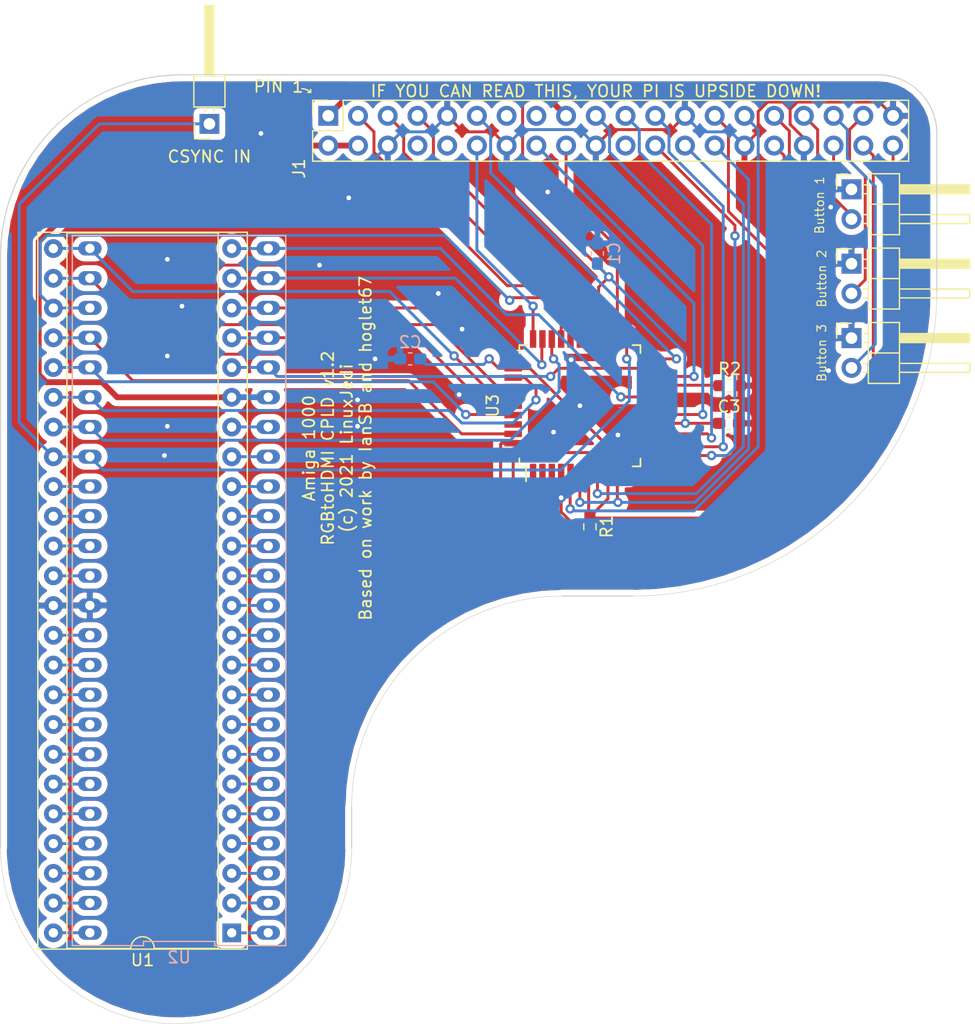
<source format=kicad_pcb>
(kicad_pcb (version 20171130) (host pcbnew 5.1.10-1.fc34)
  (layers (0 F.Cu signal) (31 B.Cu signal) (34 B.Paste user) (35 F.Paste user) (36 B.SilkS user) (37 F.SilkS user) (38 B.Mask user) (39 F.Mask user) (44 Edge.Cuts user))
  (net 0 "")
  (net 1 GND)
  (net 2 +3V3)
  (net 3 /GPIO21)
  (net 4 /GPIO20)
  (net 5 /GPIO26)
  (net 6 /GPIO16)
  (net 7 /GPIO19)
  (net 8 /GPIO13)
  (net 9 /GPIO12)
  (net 10 /GPIO6)
  (net 11 /GPIO5)
  (net 12 /CLKEN)
  (net 13 /GPIO0)
  (net 14 /GPIO7)
  (net 15 /GPIO8)
  (net 16 /GPIO11)
  (net 17 /GPIO25)
  (net 18 /GPIO9)
  (net 19 /GPIO10)
  (net 20 /GPIO24)
  (net 21 /GPIO23)
  (net 22 /GPIO22)
  (net 23 /GPIO27)
  (net 24 /GPIO18)
  (net 25 /GPIO17)
  (net 26 /GPIO15)
  (net 27 /GPIO14)
  (net 28 /GPIO4)
  (net 29 /GPIO3)
  (net 30 VCC)
  (net 31 /GPIO2)
  (net 32 /DETECT)
  (net 33 /D7)
  (net 34 /B0)
  (net 35 /D8)
  (net 36 /R3)
  (net 37 /D9)
  (net 38 /R2)
  (net 39 /D10)
  (net 40 /R1)
  (net 41 /D11)
  (net 42 /R0)
  (net 43 /D12)
  (net 44 /D13)
  (net 45 /BURST)
  (net 46 /D14)
  (net 47 /RGA1)
  (net 48 /D15)
  (net 49 /RGA2)
  (net 50 /M1V)
  (net 51 /RGA3)
  (net 52 /M0V)
  (net 53 /RGA4)
  (net 54 /RGA5)
  (net 55 /CCK)
  (net 56 /RGA6)
  (net 57 /7M)
  (net 58 /RGA7)
  (net 59 /NC)
  (net 60 /RGA8)
  (net 61 /ZD)
  (net 62 /M0H)
  (net 63 /HSYNC)
  (net 64 /M1H)
  (net 65 /G3)
  (net 66 /D0)
  (net 67 /G2)
  (net 68 /D1)
  (net 69 /G1)
  (net 70 /D2)
  (net 71 /G0)
  (net 72 /D3)
  (net 73 /B3)
  (net 74 /D4)
  (net 75 /B2)
  (net 76 /D5)
  (net 77 /B1)
  (net 78 /D6)
  (net 79 /VSYNC)
  (module Resistor_SMD:R_0603_1608Metric_Pad0.98x0.95mm_HandSolder (layer F.Cu) (at 117.856 93.8295 270)
    (fp_text reference R1 (at 0 -1.43 90) (layer F.SilkS))
    (fp_text value 1K)
    (pad 2 smd roundrect (at 0.9125 0 270) (size 0.975 0.95) (layers F.Cu F.Paste F.Mask) (net 1 GND))
    (pad 1 smd roundrect (at -0.9125 0 270) (size 0.975 0.95) (layers F.Cu F.Paste F.Mask) (net 13 /GPIO0))
  )
  (module Connector_PinHeader_2.54mm:PinHeader_1x02_P2.54mm_Horizontal (layer F.Cu) (at 140.208 77.724)
    (fp_text reference JP3 hide)
    (fp_text value "Button 3" (at -2.54 1.27 90) (layer F.SilkS) (effects (font (size 0.75 0.75) (thickness 0.1))))
    (pad 2 thru_hole oval (at 0 2.54) (size 1.7 1.7) (drill 1) (layers *.Cu *.Mask) (net 7 /GPIO19))
    (pad 1 thru_hole rect (at 0 0) (size 1.7 1.7) (drill 1) (layers *.Cu *.Mask) (net 1 GND))
  )
  (module Connector_PinHeader_2.54mm:PinHeader_1x02_P2.54mm_Horizontal (layer F.Cu) (at 140.208 71.374)
    (fp_text reference JP2 hide)
    (fp_text value "Button 2" (at -2.54 1.27 90) (layer F.SilkS) (effects (font (size 0.75 0.75) (thickness 0.1))))
    (pad 2 thru_hole oval (at 0 2.54) (size 1.7 1.7) (drill 1) (layers *.Cu *.Mask) (net 5 /GPIO26))
    (pad 1 thru_hole rect (at 0 0) (size 1.7 1.7) (drill 1) (layers *.Cu *.Mask) (net 1 GND))
  )
  (module Connector_PinHeader_2.54mm:PinHeader_1x01_P2.54mm_Horizontal (layer F.Cu) (at 85.344 59.436 90)
    (fp_text reference J2 hide)
    (fp_text value "CSYNC IN" (at -2.794 0 180) (layer F.SilkS))
    (pad 1 thru_hole rect (at 0 0 90) (size 1.7 1.7) (drill 1) (layers *.Cu *.Mask) (net 63 /HSYNC))
  )
  (module chips:DIP-48_pins (layer F.Cu) (at 82.75 99.28 90)
    (fp_text reference U2 (at -31.31 0) (layer B.SilkS) (effects (justify mirror)))
    (fp_text value DenisePins)
    (pad 24 thru_hole oval (at 29.21 7.62 90) (size 1.2 2) (drill 0.8) (layers *.Cu *.Mask) (net 34 /B0))
    (pad 25 thru_hole oval (at 29.21 -7.62 90) (size 1.2 2) (drill 0.8) (layers *.Cu *.Mask) (net 77 /B1))
    (pad 23 thru_hole oval (at 26.67 7.62 90) (size 1.2 2) (drill 0.8) (layers *.Cu *.Mask) (net 36 /R3))
    (pad 26 thru_hole oval (at 26.67 -7.62 90) (size 1.2 2) (drill 0.8) (layers *.Cu *.Mask) (net 75 /B2))
    (pad 22 thru_hole oval (at 24.13 7.62 90) (size 1.2 2) (drill 0.8) (layers *.Cu *.Mask) (net 38 /R2))
    (pad 27 thru_hole oval (at 24.13 -7.62 90) (size 1.2 2) (drill 0.8) (layers *.Cu *.Mask) (net 73 /B3))
    (pad 21 thru_hole oval (at 21.59 7.62 90) (size 1.2 2) (drill 0.8) (layers *.Cu *.Mask) (net 40 /R1))
    (pad 28 thru_hole oval (at 21.59 -7.62 90) (size 1.2 2) (drill 0.8) (layers *.Cu *.Mask) (net 71 /G0))
    (pad 20 thru_hole oval (at 19.05 7.62 90) (size 1.2 2) (drill 0.8) (layers *.Cu *.Mask) (net 42 /R0))
    (pad 29 thru_hole oval (at 19.05 -7.62 90) (size 1.2 2) (drill 0.8) (layers *.Cu *.Mask) (net 69 /G1))
    (pad 19 thru_hole oval (at 16.51 7.62 90) (size 1.2 2) (drill 0.8) (layers *.Cu *.Mask) (net 30 VCC))
    (pad 30 thru_hole oval (at 16.51 -7.62 90) (size 1.2 2) (drill 0.8) (layers *.Cu *.Mask) (net 67 /G2))
    (pad 18 thru_hole oval (at 13.97 7.62 90) (size 1.2 2) (drill 0.8) (layers *.Cu *.Mask) (net 45 /BURST))
    (pad 31 thru_hole oval (at 13.97 -7.62 90) (size 1.2 2) (drill 0.8) (layers *.Cu *.Mask) (net 65 /G3))
    (pad 17 thru_hole oval (at 11.43 7.62 90) (size 1.2 2) (drill 0.8) (layers *.Cu *.Mask) (net 47 /RGA1))
    (pad 32 thru_hole oval (at 11.43 -7.62 90) (size 1.2 2) (drill 0.8) (layers *.Cu *.Mask) (net 63 /HSYNC))
    (pad 16 thru_hole oval (at 8.89 7.62 90) (size 1.2 2) (drill 0.8) (layers *.Cu *.Mask) (net 49 /RGA2))
    (pad 33 thru_hole oval (at 8.89 -7.62 90) (size 1.2 2) (drill 0.8) (layers *.Cu *.Mask) (net 61 /ZD))
    (pad 15 thru_hole oval (at 6.35 7.62 90) (size 1.2 2) (drill 0.8) (layers *.Cu *.Mask) (net 51 /RGA3))
    (pad 34 thru_hole oval (at 6.35 -7.62 90) (size 1.2 2) (drill 0.8) (layers *.Cu *.Mask) (net 59 /NC))
    (pad 14 thru_hole oval (at 3.81 7.62 90) (size 1.2 2) (drill 0.8) (layers *.Cu *.Mask) (net 53 /RGA4))
    (pad 35 thru_hole oval (at 3.81 -7.62 90) (size 1.2 2) (drill 0.8) (layers *.Cu *.Mask) (net 57 /7M))
    (pad 13 thru_hole oval (at 1.27 7.62 90) (size 1.2 2) (drill 0.8) (layers *.Cu *.Mask) (net 54 /RGA5))
    (pad 36 thru_hole oval (at 1.27 -7.62 90) (size 1.2 2) (drill 0.8) (layers *.Cu *.Mask) (net 55 /CCK))
    (pad 12 thru_hole oval (at -1.27 7.62 90) (size 1.2 2) (drill 0.8) (layers *.Cu *.Mask) (net 56 /RGA6))
    (pad 37 thru_hole oval (at -1.27 -7.62 90) (size 1.2 2) (drill 0.8) (layers *.Cu *.Mask) (net 1 GND))
    (pad 11 thru_hole oval (at -3.81 7.62 90) (size 1.2 2) (drill 0.8) (layers *.Cu *.Mask) (net 58 /RGA7))
    (pad 38 thru_hole oval (at -3.81 -7.62 90) (size 1.2 2) (drill 0.8) (layers *.Cu *.Mask) (net 52 /M0V))
    (pad 10 thru_hole oval (at -6.35 7.62 90) (size 1.2 2) (drill 0.8) (layers *.Cu *.Mask) (net 60 /RGA8))
    (pad 39 thru_hole oval (at -6.35 -7.62 90) (size 1.2 2) (drill 0.8) (layers *.Cu *.Mask) (net 50 /M1V))
    (pad 9 thru_hole oval (at -8.89 7.62 90) (size 1.2 2) (drill 0.8) (layers *.Cu *.Mask) (net 62 /M0H))
    (pad 40 thru_hole oval (at -8.89 -7.62 90) (size 1.2 2) (drill 0.8) (layers *.Cu *.Mask) (net 48 /D15))
    (pad 8 thru_hole oval (at -11.43 7.62 90) (size 1.2 2) (drill 0.8) (layers *.Cu *.Mask) (net 64 /M1H))
    (pad 41 thru_hole oval (at -11.43 -7.62 90) (size 1.2 2) (drill 0.8) (layers *.Cu *.Mask) (net 46 /D14))
    (pad 7 thru_hole oval (at -13.97 7.62 90) (size 1.2 2) (drill 0.8) (layers *.Cu *.Mask) (net 66 /D0))
    (pad 42 thru_hole oval (at -13.97 -7.62 90) (size 1.2 2) (drill 0.8) (layers *.Cu *.Mask) (net 44 /D13))
    (pad 6 thru_hole oval (at -16.51 7.62 90) (size 1.2 2) (drill 0.8) (layers *.Cu *.Mask) (net 68 /D1))
    (pad 43 thru_hole oval (at -16.51 -7.62 90) (size 1.2 2) (drill 0.8) (layers *.Cu *.Mask) (net 43 /D12))
    (pad 5 thru_hole oval (at -19.05 7.62 90) (size 1.2 2) (drill 0.8) (layers *.Cu *.Mask) (net 70 /D2))
    (pad 44 thru_hole oval (at -19.05 -7.62 90) (size 1.2 2) (drill 0.8) (layers *.Cu *.Mask) (net 41 /D11))
    (pad 4 thru_hole oval (at -21.59 7.62 90) (size 1.2 2) (drill 0.8) (layers *.Cu *.Mask) (net 72 /D3))
    (pad 45 thru_hole oval (at -21.59 -7.62 90) (size 1.2 2) (drill 0.8) (layers *.Cu *.Mask) (net 39 /D10))
    (pad 3 thru_hole oval (at -24.13 7.62 90) (size 1.2 2) (drill 0.8) (layers *.Cu *.Mask) (net 74 /D4))
    (pad 46 thru_hole oval (at -24.13 -7.62 90) (size 1.2 2) (drill 0.8) (layers *.Cu *.Mask) (net 37 /D9))
    (pad 2 thru_hole oval (at -26.67 7.62 90) (size 1.2 2) (drill 0.8) (layers *.Cu *.Mask) (net 76 /D5))
    (pad 47 thru_hole oval (at -26.67 -7.62 90) (size 1.2 2) (drill 0.8) (layers *.Cu *.Mask) (net 35 /D8))
    (pad 1 thru_hole oval (at -29.21 7.62 90) (size 1.2 2) (drill 0.8) (layers *.Cu *.Mask) (net 78 /D6))
    (pad 48 thru_hole oval (at -29.21 -7.62 90) (size 1.2 2) (drill 0.8) (layers *.Cu *.Mask) (net 33 /D7))
  )
  (module Connector_PinHeader_2.54mm:PinHeader_1x02_P2.54mm_Horizontal (layer F.Cu) (at 140.208 65.024)
    (fp_text reference JP1 hide)
    (fp_text value "Button 1" (at -2.722 1.352 90) (layer F.SilkS) (effects (font (size 0.75 0.75) (thickness 0.1))))
    (pad 2 thru_hole oval (at 0 2.54) (size 1.7 1.7) (drill 1) (layers *.Cu *.Mask) (net 6 /GPIO16))
    (pad 1 thru_hole rect (at 0 0) (size 1.7 1.7) (drill 1) (layers *.Cu *.Mask) (net 1 GND))
  )
  (module Package_QFP:TQFP-44_10x10mm_P0.8mm (layer F.Cu) (at 117 83.5 90)
    (fp_text reference U3 (at 0 -7.45 90) (layer F.SilkS))
    (fp_text value XC9572VQ44)
    (pad 44 smd rect (at -4 -5.7 180) (size 1.5 0.55) (layers F.Cu F.Paste F.Mask) (net 4 /GPIO20))
    (pad 43 smd rect (at -3.2 -5.7 180) (size 1.5 0.55) (layers F.Cu F.Paste F.Mask) (net 3 /GPIO21))
    (pad 42 smd rect (at -2.4 -5.7 180) (size 1.5 0.55) (layers F.Cu F.Paste F.Mask) (net 71 /G0))
    (pad 41 smd rect (at -1.6 -5.7 180) (size 1.5 0.55) (layers F.Cu F.Paste F.Mask) (net 79 /VSYNC))
    (pad 40 smd rect (at -0.8 -5.7 180) (size 1.5 0.55) (layers F.Cu F.Paste F.Mask) (net 69 /G1))
    (pad 39 smd rect (at 0 -5.7 180) (size 1.5 0.55) (layers F.Cu F.Paste F.Mask) (net 40 /R1))
    (pad 38 smd rect (at 0.8 -5.7 180) (size 1.5 0.55) (layers F.Cu F.Paste F.Mask) (net 77 /B1))
    (pad 37 smd rect (at 1.6 -5.7 180) (size 1.5 0.55) (layers F.Cu F.Paste F.Mask) (net 75 /B2))
    (pad 36 smd rect (at 2.4 -5.7 180) (size 1.5 0.55) (layers F.Cu F.Paste F.Mask) (net 67 /G2))
    (pad 35 smd rect (at 3.2 -5.7 180) (size 1.5 0.55) (layers F.Cu F.Paste F.Mask) (net 2 +3V3))
    (pad 34 smd rect (at 4 -5.7 180) (size 1.5 0.55) (layers F.Cu F.Paste F.Mask) (net 38 /R2))
    (pad 33 smd rect (at 5.7 -4 90) (size 1.5 0.55) (layers F.Cu F.Paste F.Mask) (net 24 /GPIO18))
    (pad 32 smd rect (at 5.7 -3.2 90) (size 1.5 0.55) (layers F.Cu F.Paste F.Mask) (net 36 /R3))
    (pad 31 smd rect (at 5.7 -2.4 90) (size 1.5 0.55) (layers F.Cu F.Paste F.Mask) (net 65 /G3))
    (pad 30 smd rect (at 5.7 -1.6 90) (size 1.5 0.55) (layers F.Cu F.Paste F.Mask) (net 73 /B3))
    (pad 29 smd rect (at 5.7 -0.8 90) (size 1.5 0.55) (layers F.Cu F.Paste F.Mask) (net 31 /GPIO2))
    (pad 28 smd rect (at 5.7 0 90) (size 1.5 0.55) (layers F.Cu F.Paste F.Mask) (net 29 /GPIO3))
    (pad 27 smd rect (at 5.7 0.8 90) (size 1.5 0.55) (layers F.Cu F.Paste F.Mask) (net 28 /GPIO4))
    (pad 26 smd rect (at 5.7 1.6 90) (size 1.5 0.55) (layers F.Cu F.Paste F.Mask) (net 2 +3V3))
    (pad 25 smd rect (at 5.7 2.4 90) (size 1.5 0.55) (layers F.Cu F.Paste F.Mask) (net 1 GND))
    (pad 24 smd rect (at 5.7 3.2 90) (size 1.5 0.55) (layers F.Cu F.Paste F.Mask) (net 20 /GPIO24))
    (pad 23 smd rect (at 5.7 4 90) (size 1.5 0.55) (layers F.Cu F.Paste F.Mask) (net 63 /HSYNC))
    (pad 22 smd rect (at 4 5.7 180) (size 1.5 0.55) (layers F.Cu F.Paste F.Mask) (net 25 /GPIO17))
    (pad 21 smd rect (at 3.2 5.7 180) (size 1.5 0.55) (layers F.Cu F.Paste F.Mask) (net 42 /R0))
    (pad 20 smd rect (at 2.4 5.7 180) (size 1.5 0.55) (layers F.Cu F.Paste F.Mask) (net 21 /GPIO23))
    (pad 19 smd rect (at 1.6 5.7 180) (size 1.5 0.55) (layers F.Cu F.Paste F.Mask) (net 32 /DETECT))
    (pad 18 smd rect (at 0.8 5.7 180) (size 1.5 0.55) (layers F.Cu F.Paste F.Mask) (net 34 /B0))
    (pad 17 smd rect (at 0 5.7 180) (size 1.5 0.55) (layers F.Cu F.Paste F.Mask) (net 1 GND))
    (pad 16 smd rect (at -0.8 5.7 180) (size 1.5 0.55) (layers F.Cu F.Paste F.Mask) (net 19 /GPIO10))
    (pad 15 smd rect (at -1.6 5.7 180) (size 1.5 0.55) (layers F.Cu F.Paste F.Mask) (net 2 +3V3))
    (pad 14 smd rect (at -2.4 5.7 180) (size 1.5 0.55) (layers F.Cu F.Paste F.Mask) (net 18 /GPIO9))
    (pad 13 smd rect (at -3.2 5.7 180) (size 1.5 0.55) (layers F.Cu F.Paste F.Mask) (net 16 /GPIO11))
    (pad 12 smd rect (at -4 5.7 180) (size 1.5 0.55) (layers F.Cu F.Paste F.Mask) (net 15 /GPIO8))
    (pad 11 smd rect (at -5.7 4 90) (size 1.5 0.55) (layers F.Cu F.Paste F.Mask) (net 4 /GPIO20))
    (pad 10 smd rect (at -5.7 3.2 90) (size 1.5 0.55) (layers F.Cu F.Paste F.Mask) (net 12 /CLKEN))
    (pad 9 smd rect (at -5.7 2.4 90) (size 1.5 0.55) (layers F.Cu F.Paste F.Mask) (net 13 /GPIO0))
    (pad 8 smd rect (at -5.7 1.6 90) (size 1.5 0.55) (layers F.Cu F.Paste F.Mask) (net 14 /GPIO7))
    (pad 7 smd rect (at -5.7 0.8 90) (size 1.5 0.55) (layers F.Cu F.Paste F.Mask) (net 13 /GPIO0))
    (pad 6 smd rect (at -5.7 0 90) (size 1.5 0.55) (layers F.Cu F.Paste F.Mask) (net 12 /CLKEN))
    (pad 5 smd rect (at -5.7 -0.8 90) (size 1.5 0.55) (layers F.Cu F.Paste F.Mask) (net 11 /GPIO5))
    (pad 4 smd rect (at -5.7 -1.6 90) (size 1.5 0.55) (layers F.Cu F.Paste F.Mask) (net 1 GND))
    (pad 3 smd rect (at -5.7 -2.4 90) (size 1.5 0.55) (layers F.Cu F.Paste F.Mask) (net 9 /GPIO12))
    (pad 2 smd rect (at -5.7 -3.2 90) (size 1.5 0.55) (layers F.Cu F.Paste F.Mask) (net 10 /GPIO6))
    (pad 1 smd rect (at -5.7 -4 90) (size 1.5 0.55) (layers F.Cu F.Paste F.Mask) (net 8 /GPIO13))
  )
  (module Package_DIP:DIP-48_W15.24mm_Socket (layer F.Cu) (at 87.25 128.5 180)
    (fp_text reference U1 (at 7.62 -2.33) (layer F.SilkS))
    (fp_text value DeniseSocket)
    (pad 48 thru_hole oval (at 15.24 0 180) (size 1.6 1.6) (drill 0.8) (layers *.Cu *.Mask) (net 33 /D7))
    (pad 24 thru_hole oval (at 0 58.42 180) (size 1.6 1.6) (drill 0.8) (layers *.Cu *.Mask) (net 34 /B0))
    (pad 47 thru_hole oval (at 15.24 2.54 180) (size 1.6 1.6) (drill 0.8) (layers *.Cu *.Mask) (net 35 /D8))
    (pad 23 thru_hole oval (at 0 55.88 180) (size 1.6 1.6) (drill 0.8) (layers *.Cu *.Mask) (net 36 /R3))
    (pad 46 thru_hole oval (at 15.24 5.08 180) (size 1.6 1.6) (drill 0.8) (layers *.Cu *.Mask) (net 37 /D9))
    (pad 22 thru_hole oval (at 0 53.34 180) (size 1.6 1.6) (drill 0.8) (layers *.Cu *.Mask) (net 38 /R2))
    (pad 45 thru_hole oval (at 15.24 7.62 180) (size 1.6 1.6) (drill 0.8) (layers *.Cu *.Mask) (net 39 /D10))
    (pad 21 thru_hole oval (at 0 50.8 180) (size 1.6 1.6) (drill 0.8) (layers *.Cu *.Mask) (net 40 /R1))
    (pad 44 thru_hole oval (at 15.24 10.16 180) (size 1.6 1.6) (drill 0.8) (layers *.Cu *.Mask) (net 41 /D11))
    (pad 20 thru_hole oval (at 0 48.26 180) (size 1.6 1.6) (drill 0.8) (layers *.Cu *.Mask) (net 42 /R0))
    (pad 43 thru_hole oval (at 15.24 12.7 180) (size 1.6 1.6) (drill 0.8) (layers *.Cu *.Mask) (net 43 /D12))
    (pad 19 thru_hole oval (at 0 45.72 180) (size 1.6 1.6) (drill 0.8) (layers *.Cu *.Mask) (net 30 VCC))
    (pad 42 thru_hole oval (at 15.24 15.24 180) (size 1.6 1.6) (drill 0.8) (layers *.Cu *.Mask) (net 44 /D13))
    (pad 18 thru_hole oval (at 0 43.18 180) (size 1.6 1.6) (drill 0.8) (layers *.Cu *.Mask) (net 45 /BURST))
    (pad 41 thru_hole oval (at 15.24 17.78 180) (size 1.6 1.6) (drill 0.8) (layers *.Cu *.Mask) (net 46 /D14))
    (pad 17 thru_hole oval (at 0 40.64 180) (size 1.6 1.6) (drill 0.8) (layers *.Cu *.Mask) (net 47 /RGA1))
    (pad 40 thru_hole oval (at 15.24 20.32 180) (size 1.6 1.6) (drill 0.8) (layers *.Cu *.Mask) (net 48 /D15))
    (pad 16 thru_hole oval (at 0 38.1 180) (size 1.6 1.6) (drill 0.8) (layers *.Cu *.Mask) (net 49 /RGA2))
    (pad 39 thru_hole oval (at 15.24 22.86 180) (size 1.6 1.6) (drill 0.8) (layers *.Cu *.Mask) (net 50 /M1V))
    (pad 15 thru_hole oval (at 0 35.56 180) (size 1.6 1.6) (drill 0.8) (layers *.Cu *.Mask) (net 51 /RGA3))
    (pad 38 thru_hole oval (at 15.24 25.4 180) (size 1.6 1.6) (drill 0.8) (layers *.Cu *.Mask) (net 52 /M0V))
    (pad 14 thru_hole oval (at 0 33.02 180) (size 1.6 1.6) (drill 0.8) (layers *.Cu *.Mask) (net 53 /RGA4))
    (pad 37 thru_hole oval (at 15.24 27.94 180) (size 1.6 1.6) (drill 0.8) (layers *.Cu *.Mask) (net 1 GND))
    (pad 13 thru_hole oval (at 0 30.48 180) (size 1.6 1.6) (drill 0.8) (layers *.Cu *.Mask) (net 54 /RGA5))
    (pad 36 thru_hole oval (at 15.24 30.48 180) (size 1.6 1.6) (drill 0.8) (layers *.Cu *.Mask) (net 55 /CCK))
    (pad 12 thru_hole oval (at 0 27.94 180) (size 1.6 1.6) (drill 0.8) (layers *.Cu *.Mask) (net 56 /RGA6))
    (pad 35 thru_hole oval (at 15.24 33.02 180) (size 1.6 1.6) (drill 0.8) (layers *.Cu *.Mask) (net 57 /7M))
    (pad 11 thru_hole oval (at 0 25.4 180) (size 1.6 1.6) (drill 0.8) (layers *.Cu *.Mask) (net 58 /RGA7))
    (pad 34 thru_hole oval (at 15.24 35.56 180) (size 1.6 1.6) (drill 0.8) (layers *.Cu *.Mask) (net 59 /NC))
    (pad 10 thru_hole oval (at 0 22.86 180) (size 1.6 1.6) (drill 0.8) (layers *.Cu *.Mask) (net 60 /RGA8))
    (pad 33 thru_hole oval (at 15.24 38.1 180) (size 1.6 1.6) (drill 0.8) (layers *.Cu *.Mask) (net 61 /ZD))
    (pad 9 thru_hole oval (at 0 20.32 180) (size 1.6 1.6) (drill 0.8) (layers *.Cu *.Mask) (net 62 /M0H))
    (pad 32 thru_hole oval (at 15.24 40.64 180) (size 1.6 1.6) (drill 0.8) (layers *.Cu *.Mask) (net 63 /HSYNC))
    (pad 8 thru_hole oval (at 0 17.78 180) (size 1.6 1.6) (drill 0.8) (layers *.Cu *.Mask) (net 64 /M1H))
    (pad 31 thru_hole oval (at 15.24 43.18 180) (size 1.6 1.6) (drill 0.8) (layers *.Cu *.Mask) (net 65 /G3))
    (pad 7 thru_hole oval (at 0 15.24 180) (size 1.6 1.6) (drill 0.8) (layers *.Cu *.Mask) (net 66 /D0))
    (pad 30 thru_hole oval (at 15.24 45.72 180) (size 1.6 1.6) (drill 0.8) (layers *.Cu *.Mask) (net 67 /G2))
    (pad 6 thru_hole oval (at 0 12.7 180) (size 1.6 1.6) (drill 0.8) (layers *.Cu *.Mask) (net 68 /D1))
    (pad 29 thru_hole oval (at 15.24 48.26 180) (size 1.6 1.6) (drill 0.8) (layers *.Cu *.Mask) (net 69 /G1))
    (pad 5 thru_hole oval (at 0 10.16 180) (size 1.6 1.6) (drill 0.8) (layers *.Cu *.Mask) (net 70 /D2))
    (pad 28 thru_hole oval (at 15.24 50.8 180) (size 1.6 1.6) (drill 0.8) (layers *.Cu *.Mask) (net 71 /G0))
    (pad 4 thru_hole oval (at 0 7.62 180) (size 1.6 1.6) (drill 0.8) (layers *.Cu *.Mask) (net 72 /D3))
    (pad 27 thru_hole oval (at 15.24 53.34 180) (size 1.6 1.6) (drill 0.8) (layers *.Cu *.Mask) (net 73 /B3))
    (pad 3 thru_hole oval (at 0 5.08 180) (size 1.6 1.6) (drill 0.8) (layers *.Cu *.Mask) (net 74 /D4))
    (pad 26 thru_hole oval (at 15.24 55.88 180) (size 1.6 1.6) (drill 0.8) (layers *.Cu *.Mask) (net 75 /B2))
    (pad 2 thru_hole oval (at 0 2.54 180) (size 1.6 1.6) (drill 0.8) (layers *.Cu *.Mask) (net 76 /D5))
    (pad 25 thru_hole oval (at 15.24 58.42 180) (size 1.6 1.6) (drill 0.8) (layers *.Cu *.Mask) (net 77 /B1))
    (pad 1 thru_hole rect (at 0 0 180) (size 1.6 1.6) (drill 0.8) (layers *.Cu *.Mask) (net 78 /D6))
  )
  (module Resistor_SMD:R_0603_1608Metric_Pad0.98x0.95mm_HandSolder (layer F.Cu) (at 129.794 81.788)
    (fp_text reference R2 (at 0 -1.43) (layer F.SilkS))
    (fp_text value 4.7K)
    (pad 2 smd roundrect (at 0.9125 0) (size 0.975 0.95) (layers F.Cu F.Paste F.Mask) (net 1 GND))
    (pad 1 smd roundrect (at -0.9125 0) (size 0.975 0.95) (layers F.Cu F.Paste F.Mask) (net 32 /DETECT))
  )
  (module Connector_PinSocket_2.54mm:PinSocket_2x20_P2.54mm_Vertical (layer F.Cu) (at 95.5 58.75 90)
    (fp_text reference J1 (at -4.5 -2.5 90) (layer F.SilkS))
    (fp_text value Raspberry_Pi_2_3)
    (pad 40 thru_hole oval (at -2.54 48.26 90) (size 1.7 1.7) (drill 1) (layers *.Cu *.Mask) (net 3 /GPIO21))
    (pad 39 thru_hole oval (at 0 48.26 90) (size 1.7 1.7) (drill 1) (layers *.Cu *.Mask) (net 1 GND))
    (pad 38 thru_hole oval (at -2.54 45.72 90) (size 1.7 1.7) (drill 1) (layers *.Cu *.Mask) (net 4 /GPIO20))
    (pad 37 thru_hole oval (at 0 45.72 90) (size 1.7 1.7) (drill 1) (layers *.Cu *.Mask) (net 5 /GPIO26))
    (pad 36 thru_hole oval (at -2.54 43.18 90) (size 1.7 1.7) (drill 1) (layers *.Cu *.Mask) (net 6 /GPIO16))
    (pad 35 thru_hole oval (at 0 43.18 90) (size 1.7 1.7) (drill 1) (layers *.Cu *.Mask) (net 7 /GPIO19))
    (pad 34 thru_hole oval (at -2.54 40.64 90) (size 1.7 1.7) (drill 1) (layers *.Cu *.Mask) (net 1 GND))
    (pad 33 thru_hole oval (at 0 40.64 90) (size 1.7 1.7) (drill 1) (layers *.Cu *.Mask) (net 8 /GPIO13))
    (pad 32 thru_hole oval (at -2.54 38.1 90) (size 1.7 1.7) (drill 1) (layers *.Cu *.Mask) (net 9 /GPIO12))
    (pad 31 thru_hole oval (at 0 38.1 90) (size 1.7 1.7) (drill 1) (layers *.Cu *.Mask) (net 10 /GPIO6))
    (pad 30 thru_hole oval (at -2.54 35.56 90) (size 1.7 1.7) (drill 1) (layers *.Cu *.Mask) (net 1 GND))
    (pad 29 thru_hole oval (at 0 35.56 90) (size 1.7 1.7) (drill 1) (layers *.Cu *.Mask) (net 11 /GPIO5))
    (pad 28 thru_hole oval (at -2.54 33.02 90) (size 1.7 1.7) (drill 1) (layers *.Cu *.Mask) (net 12 /CLKEN))
    (pad 27 thru_hole oval (at 0 33.02 90) (size 1.7 1.7) (drill 1) (layers *.Cu *.Mask) (net 13 /GPIO0))
    (pad 26 thru_hole oval (at -2.54 30.48 90) (size 1.7 1.7) (drill 1) (layers *.Cu *.Mask) (net 14 /GPIO7))
    (pad 25 thru_hole oval (at 0 30.48 90) (size 1.7 1.7) (drill 1) (layers *.Cu *.Mask) (net 1 GND))
    (pad 24 thru_hole oval (at -2.54 27.94 90) (size 1.7 1.7) (drill 1) (layers *.Cu *.Mask) (net 15 /GPIO8))
    (pad 23 thru_hole oval (at 0 27.94 90) (size 1.7 1.7) (drill 1) (layers *.Cu *.Mask) (net 16 /GPIO11))
    (pad 22 thru_hole oval (at -2.54 25.4 90) (size 1.7 1.7) (drill 1) (layers *.Cu *.Mask) (net 17 /GPIO25))
    (pad 21 thru_hole oval (at 0 25.4 90) (size 1.7 1.7) (drill 1) (layers *.Cu *.Mask) (net 18 /GPIO9))
    (pad 20 thru_hole oval (at -2.54 22.86 90) (size 1.7 1.7) (drill 1) (layers *.Cu *.Mask) (net 1 GND))
    (pad 19 thru_hole oval (at 0 22.86 90) (size 1.7 1.7) (drill 1) (layers *.Cu *.Mask) (net 19 /GPIO10))
    (pad 18 thru_hole oval (at -2.54 20.32 90) (size 1.7 1.7) (drill 1) (layers *.Cu *.Mask) (net 20 /GPIO24))
    (pad 17 thru_hole oval (at 0 20.32 90) (size 1.7 1.7) (drill 1) (layers *.Cu *.Mask) (net 2 +3V3))
    (pad 16 thru_hole oval (at -2.54 17.78 90) (size 1.7 1.7) (drill 1) (layers *.Cu *.Mask) (net 21 /GPIO23))
    (pad 15 thru_hole oval (at 0 17.78 90) (size 1.7 1.7) (drill 1) (layers *.Cu *.Mask) (net 22 /GPIO22))
    (pad 14 thru_hole oval (at -2.54 15.24 90) (size 1.7 1.7) (drill 1) (layers *.Cu *.Mask) (net 1 GND))
    (pad 13 thru_hole oval (at 0 15.24 90) (size 1.7 1.7) (drill 1) (layers *.Cu *.Mask) (net 23 /GPIO27))
    (pad 12 thru_hole oval (at -2.54 12.7 90) (size 1.7 1.7) (drill 1) (layers *.Cu *.Mask) (net 24 /GPIO18))
    (pad 11 thru_hole oval (at 0 12.7 90) (size 1.7 1.7) (drill 1) (layers *.Cu *.Mask) (net 25 /GPIO17))
    (pad 10 thru_hole oval (at -2.54 10.16 90) (size 1.7 1.7) (drill 1) (layers *.Cu *.Mask) (net 26 /GPIO15))
    (pad 9 thru_hole oval (at 0 10.16 90) (size 1.7 1.7) (drill 1) (layers *.Cu *.Mask) (net 1 GND))
    (pad 8 thru_hole oval (at -2.54 7.62 90) (size 1.7 1.7) (drill 1) (layers *.Cu *.Mask) (net 27 /GPIO14))
    (pad 7 thru_hole oval (at 0 7.62 90) (size 1.7 1.7) (drill 1) (layers *.Cu *.Mask) (net 28 /GPIO4))
    (pad 6 thru_hole oval (at -2.54 5.08 90) (size 1.7 1.7) (drill 1) (layers *.Cu *.Mask) (net 1 GND))
    (pad 5 thru_hole oval (at 0 5.08 90) (size 1.7 1.7) (drill 1) (layers *.Cu *.Mask) (net 29 /GPIO3))
    (pad 4 thru_hole oval (at -2.54 2.54 90) (size 1.7 1.7) (drill 1) (layers *.Cu *.Mask) (net 30 VCC))
    (pad 3 thru_hole oval (at 0 2.54 90) (size 1.7 1.7) (drill 1) (layers *.Cu *.Mask) (net 31 /GPIO2))
    (pad 2 thru_hole oval (at -2.54 0 90) (size 1.7 1.7) (drill 1) (layers *.Cu *.Mask) (net 30 VCC))
    (pad 1 thru_hole rect (at 0 0 90) (size 1.7 1.7) (drill 1) (layers *.Cu *.Mask) (net 2 +3V3))
  )
  (module Capacitor_SMD:C_0603_1608Metric_Pad1.08x0.95mm_HandSolder (layer F.Cu) (at 129.75 85)
    (fp_text reference C3 (at 0 -1.43) (layer F.SilkS))
    (fp_text value 0.1uF)
    (pad 2 smd roundrect (at 0.8625 0) (size 1.075 0.95) (layers F.Cu F.Paste F.Mask) (net 1 GND))
    (pad 1 smd roundrect (at -0.8625 0) (size 1.075 0.95) (layers F.Cu F.Paste F.Mask) (net 2 +3V3))
  )
  (module Capacitor_SMD:C_0603_1608Metric_Pad1.08x0.95mm_HandSolder (layer B.Cu) (at 102.5 79.5 180)
    (fp_text reference C2 (at 0 1.43) (layer B.SilkS) (effects (justify mirror)))
    (fp_text value 0.1uF)
    (pad 2 smd roundrect (at 0.8625 0 180) (size 1.075 0.95) (layers B.Cu B.Paste B.Mask) (net 1 GND))
    (pad 1 smd roundrect (at -0.8625 0 180) (size 1.075 0.95) (layers B.Cu B.Paste B.Mask) (net 2 +3V3))
  )
  (module Capacitor_SMD:C_0603_1608Metric_Pad1.08x0.95mm_HandSolder (layer B.Cu) (at 118.5 70.5 90)
    (fp_text reference C1 (at 0 1.43 270) (layer B.SilkS) (effects (justify mirror)))
    (fp_text value 0.1uF)
    (pad 2 smd roundrect (at 0.8625 0 90) (size 1.075 0.95) (layers B.Cu B.Paste B.Mask) (net 1 GND))
    (pad 1 smd roundrect (at -0.8625 0 90) (size 1.075 0.95) (layers B.Cu B.Paste B.Mask) (net 2 +3V3))
  )
  (gr_text "IF YOU CAN READ THIS, YOUR PI IS UPSIDE DOWN!" (at 118.364 56.642) (layer F.SilkS) (effects (font (size 1 1))))
  (gr_text "Amiga 1000\nRGBtoHDMI CPLD v1.2\n(c) 2021 LinuxJedi\nBased on work by IanSB and hoglet67" (at 96.266 87.122 90) (layer F.SilkS) (effects (font (size 1 1))))
  (gr_line (start 94 56.75) (end 93.75 56.75) (layer F.SilkS) (width 0.12))
  (gr_line (start 94 56.75) (end 94 56.5) (layer F.SilkS) (width 0.12))
  (gr_arc (start 93.25 57.5) (end 94 56.75) (angle -45) (layer F.SilkS) (width 0.12))
  (gr_text "PIN 1" (at 91.25 56.25) (layer F.SilkS) (effects (font (size 1 1))))
  (gr_arc (start 142.5 60.25) (end 147.5 60.25) (angle -90) (layer Edge.Cuts) (width 0.1))
  (gr_arc (start 83 70.75) (end 83 55.25) (angle -90) (layer Edge.Cuts) (width 0.1))
  (gr_arc (start 82.5 121.25) (end 67.5 121.25) (angle -180) (layer Edge.Cuts) (width 0.05))
  (gr_arc (start 115.5 117.75) (end 115.5 99.75) (angle -90) (layer Edge.Cuts) (width 0.05))
  (gr_arc (start 121.5 73.75) (end 121.5 99.75) (angle -90) (layer Edge.Cuts) (width 0.05))
  (gr_line (start 147.5 60.25) (end 147.5 73.75) (layer Edge.Cuts) (width 0.1))
  (gr_line (start 83 55.25) (end 142.5 55.25) (layer Edge.Cuts) (width 0.1))
  (gr_line (start 67.5 121.25) (end 67.5 70.75) (layer Edge.Cuts) (width 0.1))
  (gr_line (start 97.5 117.75) (end 97.5 121.25) (layer Edge.Cuts) (width 0.1))
  (gr_line (start 121.5 99.75) (end 115.5 99.75) (layer Edge.Cuts) (width 0.1))
  (segment (start 72.02 100.55) (end 72.01 100.56) (width 0.5) (layer B.Cu) (net 1))
  (segment (start 75.13 100.55) (end 72.02 100.55) (width 0.5) (layer B.Cu) (net 1))
  (segment (start 107.024999 60.114999) (end 105.66 58.75) (width 0.25) (layer F.Cu) (net 1))
  (segment (start 109.564999 60.114999) (end 107.024999 60.114999) (width 0.25) (layer F.Cu) (net 1))
  (segment (start 110.74 61.29) (end 109.564999 60.114999) (width 0.25) (layer F.Cu) (net 1))
  (segment (start 101.755001 60.114999) (end 100.58 61.29) (width 0.25) (layer B.Cu) (net 1))
  (segment (start 104.295001 60.114999) (end 101.755001 60.114999) (width 0.25) (layer B.Cu) (net 1))
  (segment (start 105.66 58.75) (end 104.295001 60.114999) (width 0.25) (layer B.Cu) (net 1))
  (segment (start 117.75 94.9125) (end 115.4 92.5625) (width 0.25) (layer F.Cu) (net 1))
  (via (at 117 83.5) (size 0.8) (drill 0.4) (layers F.Cu B.Cu) (net 1))
  (segment (start 122.7 83.5) (end 117 83.5) (width 0.25) (layer F.Cu) (net 1))
  (via (at 99.5 79.5) (size 0.8) (drill 0.4) (layers F.Cu B.Cu) (net 1))
  (via (at 120.25 86) (size 0.8) (drill 0.4) (layers F.Cu B.Cu) (net 1))
  (segment (start 120.25 84.95) (end 120.25 86) (width 0.25) (layer F.Cu) (net 1))
  (segment (start 121.7 83.5) (end 120.25 84.95) (width 0.25) (layer F.Cu) (net 1))
  (segment (start 122.7 83.5) (end 121.7 83.5) (width 0.25) (layer F.Cu) (net 1))
  (via (at 115.4 91.35) (size 0.8) (drill 0.4) (layers F.Cu B.Cu) (net 1))
  (segment (start 115.4 90.85) (end 115.4 91.35) (width 0.25) (layer B.Cu) (net 1))
  (segment (start 120.25 86) (end 115.4 90.85) (width 0.25) (layer B.Cu) (net 1))
  (segment (start 115.4 91.35) (end 115.4 89.2) (width 0.25) (layer F.Cu) (net 1))
  (segment (start 115.4 92.5625) (end 115.4 91.35) (width 0.25) (layer F.Cu) (net 1))
  (via (at 94.75 71.5) (size 0.8) (drill 0.4) (layers F.Cu B.Cu) (net 1))
  (via (at 83 75) (size 0.8) (drill 0.4) (layers F.Cu B.Cu) (net 1))
  (via (at 81.75 79.25) (size 0.8) (drill 0.4) (layers F.Cu B.Cu) (net 1))
  (via (at 97.25 65.75) (size 0.8) (drill 0.4) (layers F.Cu B.Cu) (net 1))
  (segment (start 97.25 64.62) (end 97.25 65.75) (width 0.25) (layer B.Cu) (net 1))
  (segment (start 100.58 61.29) (end 97.25 64.62) (width 0.25) (layer B.Cu) (net 1))
  (segment (start 97.25 69) (end 94.75 71.5) (width 0.25) (layer F.Cu) (net 1))
  (segment (start 97.25 65.75) (end 97.25 69) (width 0.25) (layer F.Cu) (net 1))
  (segment (start 86.505001 71.494999) (end 83 75) (width 0.25) (layer F.Cu) (net 1))
  (segment (start 94.744999 71.494999) (end 86.505001 71.494999) (width 0.25) (layer F.Cu) (net 1))
  (segment (start 94.75 71.5) (end 94.744999 71.494999) (width 0.25) (layer F.Cu) (net 1))
  (segment (start 83 78) (end 81.75 79.25) (width 0.25) (layer B.Cu) (net 1))
  (segment (start 83 75) (end 83 78) (width 0.25) (layer B.Cu) (net 1))
  (segment (start 81.899999 79.100001) (end 81.75 79.25) (width 0.25) (layer F.Cu) (net 1))
  (segment (start 99.100001 79.100001) (end 81.899999 79.100001) (width 0.25) (layer F.Cu) (net 1))
  (segment (start 99.5 79.5) (end 99.100001 79.100001) (width 0.25) (layer F.Cu) (net 1))
  (segment (start 112.104999 59.925001) (end 110.74 61.29) (width 0.25) (layer B.Cu) (net 1))
  (segment (start 116.995001 59.925001) (end 112.104999 59.925001) (width 0.25) (layer B.Cu) (net 1))
  (segment (start 118.36 61.29) (end 116.995001 59.925001) (width 0.25) (layer B.Cu) (net 1))
  (segment (start 119.724999 59.925001) (end 118.36 61.29) (width 0.25) (layer F.Cu) (net 1))
  (segment (start 124.804999 59.925001) (end 119.724999 59.925001) (width 0.25) (layer F.Cu) (net 1))
  (segment (start 125.98 58.75) (end 124.804999 59.925001) (width 0.25) (layer F.Cu) (net 1))
  (segment (start 129.884999 60.114999) (end 127.344999 60.114999) (width 0.25) (layer B.Cu) (net 1))
  (segment (start 127.344999 60.114999) (end 125.98 58.75) (width 0.25) (layer B.Cu) (net 1))
  (segment (start 131.06 61.29) (end 129.884999 60.114999) (width 0.25) (layer B.Cu) (net 1))
  (segment (start 134.353999 57.574999) (end 134.964999 58.185999) (width 0.25) (layer F.Cu) (net 1))
  (segment (start 133.035999 57.574999) (end 134.353999 57.574999) (width 0.25) (layer F.Cu) (net 1))
  (segment (start 132.235001 58.375997) (end 133.035999 57.574999) (width 0.25) (layer F.Cu) (net 1))
  (segment (start 132.235001 60.114999) (end 132.235001 58.375997) (width 0.25) (layer F.Cu) (net 1))
  (segment (start 131.06 61.29) (end 132.235001 60.114999) (width 0.25) (layer F.Cu) (net 1))
  (segment (start 136.14 60.65359) (end 136.14 61.29) (width 0.25) (layer F.Cu) (net 1))
  (segment (start 134.964999 59.478589) (end 136.14 60.65359) (width 0.25) (layer F.Cu) (net 1))
  (segment (start 134.964999 58.185999) (end 134.964999 59.478589) (width 0.25) (layer F.Cu) (net 1))
  (segment (start 142.584999 57.574999) (end 135.575999 57.574999) (width 0.25) (layer F.Cu) (net 1))
  (segment (start 135.575999 57.574999) (end 134.964999 58.185999) (width 0.25) (layer F.Cu) (net 1))
  (segment (start 143.76 58.75) (end 142.584999 57.574999) (width 0.25) (layer F.Cu) (net 1))
  (via (at 116.25 79.575) (size 0.8) (drill 0.4) (layers F.Cu B.Cu) (net 1))
  (segment (start 118.625 79.575) (end 116.25 79.575) (width 0.25) (layer F.Cu) (net 1))
  (segment (start 119.4 78.8) (end 118.625 79.575) (width 0.25) (layer F.Cu) (net 1))
  (segment (start 119.4 77.8) (end 119.4 78.8) (width 0.25) (layer F.Cu) (net 1))
  (segment (start 116.25 82.75) (end 117 83.5) (width 0.25) (layer B.Cu) (net 1))
  (segment (start 116.25 79.575) (end 116.25 82.75) (width 0.25) (layer B.Cu) (net 1))
  (via (at 81.75 85.25) (size 0.8) (drill 0.4) (layers F.Cu B.Cu) (net 1))
  (via (at 81.5 87.75) (size 0.8) (drill 0.4) (layers F.Cu B.Cu) (net 1))
  (via (at 98 85.25) (size 0.8) (drill 0.4) (layers F.Cu B.Cu) (net 1))
  (via (at 98 83) (size 0.8) (drill 0.4) (layers F.Cu B.Cu) (net 1))
  (via (at 81.75 71) (size 0.8) (drill 0.4) (layers F.Cu B.Cu) (net 1))
  (via (at 138.25 80.5) (size 0.8) (drill 0.4) (layers F.Cu B.Cu) (net 1))
  (via (at 138.43 66.548) (size 0.8) (drill 0.4) (layers F.Cu B.Cu) (net 1))
  (via (at 114.75 85.75) (size 0.8) (drill 0.4) (layers F.Cu B.Cu) (net 1))
  (via (at 114.25 65.25) (size 0.8) (drill 0.4) (layers F.Cu B.Cu) (net 1))
  (via (at 89.75 60.25) (size 0.8) (drill 0.4) (layers F.Cu B.Cu) (net 1))
  (segment (start 101.6375 79.5) (end 99.5 79.5) (width 0.25) (layer B.Cu) (net 1))
  (via (at 104.902 73.914) (size 0.8) (drill 0.4) (layers F.Cu B.Cu) (net 1))
  (via (at 106.934 76.962) (size 0.8) (drill 0.4) (layers F.Cu B.Cu) (net 1))
  (via (at 106.68 82.55) (size 0.8) (drill 0.4) (layers F.Cu B.Cu) (net 1))
  (via (at 109.25 79.5) (size 0.8) (drill 0.4) (layers F.Cu B.Cu) (net 2))
  (segment (start 110.05 80.3) (end 111.3 80.3) (width 0.25) (layer F.Cu) (net 2))
  (segment (start 109.25 79.5) (end 110.05 80.3) (width 0.25) (layer F.Cu) (net 2))
  (segment (start 115.82 58.75) (end 113.32 56.25) (width 0.5) (layer F.Cu) (net 2))
  (segment (start 98 56.25) (end 95.5 58.75) (width 0.5) (layer F.Cu) (net 2))
  (via (at 119.475 72.5) (size 0.8) (drill 0.4) (layers F.Cu B.Cu) (net 2))
  (segment (start 118.5 71.525) (end 119.475 72.5) (width 0.25) (layer B.Cu) (net 2))
  (segment (start 118.5 71.3625) (end 118.5 71.525) (width 0.25) (layer B.Cu) (net 2))
  (segment (start 118.6 73.375) (end 118.6 77.8) (width 0.25) (layer F.Cu) (net 2))
  (segment (start 119.475 72.5) (end 118.6 73.375) (width 0.25) (layer F.Cu) (net 2))
  (segment (start 112.104999 56.604999) (end 111.75 56.25) (width 0.25) (layer F.Cu) (net 2))
  (segment (start 119.475 72.5) (end 112.104999 65.129999) (width 0.25) (layer F.Cu) (net 2))
  (segment (start 112.104999 65.129999) (end 112.104999 56.604999) (width 0.25) (layer F.Cu) (net 2))
  (segment (start 111.75 56.25) (end 98 56.25) (width 0.5) (layer F.Cu) (net 2))
  (segment (start 113.32 56.25) (end 111.75 56.25) (width 0.5) (layer F.Cu) (net 2))
  (segment (start 122.8 85) (end 122.7 85.1) (width 0.25) (layer F.Cu) (net 2))
  (via (at 126 85) (size 0.8) (drill 0.4) (layers F.Cu B.Cu) (net 2))
  (segment (start 125.975001 79.000001) (end 125.975001 84.975001) (width 0.25) (layer B.Cu) (net 2))
  (segment (start 119.475 72.5) (end 125.975001 79.000001) (width 0.25) (layer B.Cu) (net 2))
  (segment (start 125.975001 84.975001) (end 126 85) (width 0.25) (layer B.Cu) (net 2))
  (segment (start 126 85) (end 122.8 85) (width 0.25) (layer F.Cu) (net 2))
  (segment (start 128.8875 85) (end 126 85) (width 0.25) (layer F.Cu) (net 2))
  (segment (start 119.151999 86.725001) (end 112.75 80.323002) (width 0.25) (layer F.Cu) (net 2))
  (segment (start 120.598001 86.725001) (end 119.151999 86.725001) (width 0.25) (layer F.Cu) (net 2))
  (segment (start 120.975001 86.348001) (end 120.598001 86.725001) (width 0.25) (layer F.Cu) (net 2))
  (segment (start 120.975001 85.824999) (end 120.975001 86.348001) (width 0.25) (layer F.Cu) (net 2))
  (segment (start 121.7 85.1) (end 120.975001 85.824999) (width 0.25) (layer F.Cu) (net 2))
  (segment (start 122.7 85.1) (end 121.7 85.1) (width 0.25) (layer F.Cu) (net 2))
  (segment (start 111.323002 80.323002) (end 111.3 80.3) (width 0.25) (layer F.Cu) (net 2))
  (segment (start 112.75 80.323002) (end 111.323002 80.323002) (width 0.25) (layer F.Cu) (net 2))
  (segment (start 103.837501 79.975001) (end 103.3625 79.5) (width 0.25) (layer B.Cu) (net 2))
  (segment (start 108.774999 79.975001) (end 103.837501 79.975001) (width 0.25) (layer B.Cu) (net 2))
  (segment (start 109.25 79.5) (end 108.774999 79.975001) (width 0.25) (layer B.Cu) (net 2))
  (segment (start 110.224999 86.775001) (end 110.3 86.7) (width 0.25) (layer F.Cu) (net 3))
  (segment (start 110.224999 91.216149) (end 110.224999 86.775001) (width 0.25) (layer F.Cu) (net 3))
  (segment (start 116.533896 97.525046) (end 110.224999 91.216149) (width 0.25) (layer F.Cu) (net 3))
  (segment (start 126.906998 97.525046) (end 116.533896 97.525046) (width 0.25) (layer F.Cu) (net 3))
  (segment (start 110.3 86.7) (end 111.3 86.7) (width 0.25) (layer F.Cu) (net 3))
  (segment (start 143.76 80.672044) (end 126.906998 97.525046) (width 0.25) (layer F.Cu) (net 3))
  (segment (start 143.76 61.29) (end 143.76 80.672044) (width 0.25) (layer F.Cu) (net 3))
  (segment (start 116.720297 97.075037) (end 111.3 91.65474) (width 0.25) (layer F.Cu) (net 4))
  (segment (start 126.720598 97.075038) (end 116.720297 97.075037) (width 0.25) (layer F.Cu) (net 4))
  (segment (start 142.069999 81.725639) (end 126.720598 97.075038) (width 0.25) (layer F.Cu) (net 4))
  (segment (start 142.069999 62.139999) (end 142.069999 81.725639) (width 0.25) (layer F.Cu) (net 4))
  (segment (start 111.3 91.65474) (end 111.3 87.5) (width 0.25) (layer F.Cu) (net 4))
  (segment (start 141.22 61.29) (end 142.069999 62.139999) (width 0.25) (layer F.Cu) (net 4))
  (segment (start 121 88.389998) (end 121 89.2) (width 0.25) (layer F.Cu) (net 4))
  (segment (start 120.110002 87.5) (end 121 88.389998) (width 0.25) (layer F.Cu) (net 4))
  (segment (start 111.3 87.5) (end 120.110002 87.5) (width 0.25) (layer F.Cu) (net 4))
  (segment (start 141.383001 72.738999) (end 140.208 73.914) (width 0.25) (layer F.Cu) (net 5))
  (segment (start 141.383001 63.913999) (end 141.383001 72.738999) (width 0.25) (layer F.Cu) (net 5))
  (segment (start 140.044999 62.575997) (end 141.383001 63.913999) (width 0.25) (layer F.Cu) (net 5))
  (segment (start 140.044999 59.925001) (end 140.044999 62.575997) (width 0.25) (layer F.Cu) (net 5))
  (segment (start 141.22 58.75) (end 140.044999 59.925001) (width 0.25) (layer F.Cu) (net 5))
  (segment (start 138.68 65.724998) (end 140.208 67.252998) (width 0.25) (layer F.Cu) (net 6))
  (segment (start 140.208 67.252998) (end 140.208 67.564) (width 0.25) (layer F.Cu) (net 6))
  (segment (start 138.68 61.29) (end 138.68 65.724998) (width 0.25) (layer F.Cu) (net 6))
  (segment (start 139.855001 62.385999) (end 142.24 64.770998) (width 0.25) (layer B.Cu) (net 7))
  (segment (start 139.855001 59.925001) (end 139.855001 62.385999) (width 0.25) (layer B.Cu) (net 7))
  (segment (start 138.68 58.75) (end 139.855001 59.925001) (width 0.25) (layer B.Cu) (net 7))
  (segment (start 142.24 78.232) (end 140.208 80.264) (width 0.25) (layer B.Cu) (net 7))
  (segment (start 142.24 64.770998) (end 142.24 78.232) (width 0.25) (layer B.Cu) (net 7))
  (segment (start 113 92.71833) (end 113 89.2) (width 0.25) (layer F.Cu) (net 8))
  (segment (start 116.906698 96.625028) (end 113 92.71833) (width 0.25) (layer F.Cu) (net 8))
  (segment (start 126.534199 96.625029) (end 116.906698 96.625028) (width 0.25) (layer F.Cu) (net 8))
  (segment (start 135.350017 87.809213) (end 126.534199 96.625029) (width 0.25) (layer F.Cu) (net 8))
  (segment (start 135.350018 77.149982) (end 135.350017 87.809213) (width 0.25) (layer F.Cu) (net 8))
  (segment (start 137.315001 75.184999) (end 135.350018 77.149982) (width 0.25) (layer F.Cu) (net 8))
  (segment (start 137.315001 59.925001) (end 137.315001 75.184999) (width 0.25) (layer F.Cu) (net 8))
  (segment (start 136.14 58.75) (end 137.315001 59.925001) (width 0.25) (layer F.Cu) (net 8))
  (segment (start 114.6 93.04551) (end 114.6 89.2) (width 0.25) (layer F.Cu) (net 9))
  (segment (start 117.2795 95.72501) (end 114.6 93.04551) (width 0.25) (layer F.Cu) (net 9))
  (segment (start 126.1614 95.72501) (end 117.2795 95.72501) (width 0.25) (layer F.Cu) (net 9))
  (segment (start 134.449999 87.436411) (end 126.1614 95.72501) (width 0.25) (layer F.Cu) (net 9))
  (segment (start 134.449999 62.139999) (end 134.449999 87.436411) (width 0.25) (layer F.Cu) (net 9))
  (segment (start 133.6 61.29) (end 134.449999 62.139999) (width 0.25) (layer F.Cu) (net 9))
  (segment (start 113.8 92.88192) (end 113.8 89.2) (width 0.25) (layer F.Cu) (net 10))
  (segment (start 117.093099 96.175019) (end 113.8 92.88192) (width 0.25) (layer F.Cu) (net 10))
  (segment (start 126.3478 96.17502) (end 117.093099 96.175019) (width 0.25) (layer F.Cu) (net 10))
  (segment (start 134.900008 87.622812) (end 126.3478 96.17502) (width 0.25) (layer F.Cu) (net 10))
  (segment (start 134.900008 60.050008) (end 134.900008 87.622812) (width 0.25) (layer F.Cu) (net 10))
  (segment (start 133.6 58.75) (end 134.900008 60.050008) (width 0.25) (layer F.Cu) (net 10))
  (via (at 116.167948 92.304701) (size 0.8) (drill 0.4) (layers F.Cu B.Cu) (net 11))
  (segment (start 116.338248 92.475001) (end 116.167948 92.304701) (width 0.25) (layer B.Cu) (net 11))
  (segment (start 126.757231 92.475001) (end 116.338248 92.475001) (width 0.25) (layer B.Cu) (net 11))
  (segment (start 132.235001 86.997231) (end 126.757231 92.475001) (width 0.25) (layer B.Cu) (net 11))
  (segment (start 132.235001 59.925001) (end 132.235001 86.997231) (width 0.25) (layer B.Cu) (net 11))
  (segment (start 131.06 58.75) (end 132.235001 59.925001) (width 0.25) (layer B.Cu) (net 11))
  (segment (start 116.167948 89.232052) (end 116.2 89.2) (width 0.25) (layer F.Cu) (net 11))
  (segment (start 116.167948 92.304701) (end 116.167948 89.232052) (width 0.25) (layer F.Cu) (net 11))
  (via (at 117 91.75) (size 0.8) (drill 0.4) (layers F.Cu B.Cu) (net 12))
  (segment (start 131.42501 87.170812) (end 126.845822 91.75) (width 0.25) (layer B.Cu) (net 12))
  (segment (start 131.42501 64.19501) (end 131.42501 87.170812) (width 0.25) (layer B.Cu) (net 12))
  (segment (start 128.52 61.29) (end 131.42501 64.19501) (width 0.25) (layer B.Cu) (net 12))
  (segment (start 117 91.75) (end 117 89.2) (width 0.25) (layer F.Cu) (net 12))
  (via (at 120.25 91.75) (size 0.8) (drill 0.4) (layers F.Cu B.Cu) (net 12))
  (segment (start 120.2 91.7) (end 120.25 91.75) (width 0.25) (layer F.Cu) (net 12))
  (segment (start 120.2 89.2) (end 120.2 91.7) (width 0.25) (layer F.Cu) (net 12))
  (segment (start 120.25 91.75) (end 117 91.75) (width 0.25) (layer B.Cu) (net 12))
  (segment (start 126.845822 91.75) (end 120.25 91.75) (width 0.25) (layer B.Cu) (net 12))
  (segment (start 117.75 89.25) (end 117.8 89.2) (width 0.25) (layer F.Cu) (net 13))
  (segment (start 117.75 93.0875) (end 117.75 89.25) (width 0.25) (layer F.Cu) (net 13))
  (segment (start 119.4 91.4375) (end 119.4 89.2) (width 0.25) (layer F.Cu) (net 13))
  (segment (start 117.75 93.0875) (end 119.4 91.4375) (width 0.25) (layer F.Cu) (net 13))
  (segment (start 129.695001 66.908591) (end 133.5 70.71359) (width 0.25) (layer F.Cu) (net 13))
  (segment (start 129.695001 59.925001) (end 129.695001 66.908591) (width 0.25) (layer F.Cu) (net 13))
  (segment (start 128.52 58.75) (end 129.695001 59.925001) (width 0.25) (layer F.Cu) (net 13))
  (segment (start 133.5 70.71359) (end 133.5 87.75) (width 0.25) (layer F.Cu) (net 13))
  (segment (start 128.1625 93.0875) (end 117.75 93.0875) (width 0.25) (layer F.Cu) (net 13))
  (segment (start 133.5 87.75) (end 128.1625 93.0875) (width 0.25) (layer F.Cu) (net 13))
  (via (at 118.5 91) (size 0.8) (drill 0.4) (layers F.Cu B.Cu) (net 14))
  (segment (start 126.959412 91) (end 118.5 91) (width 0.25) (layer B.Cu) (net 14))
  (segment (start 130.975001 86.984411) (end 126.959412 91) (width 0.25) (layer B.Cu) (net 14))
  (segment (start 130.975001 66.285001) (end 130.975001 86.984411) (width 0.25) (layer B.Cu) (net 14))
  (segment (start 125.98 61.29) (end 130.975001 66.285001) (width 0.25) (layer B.Cu) (net 14))
  (segment (start 118.5 89.3) (end 118.6 89.2) (width 0.25) (layer F.Cu) (net 14))
  (segment (start 118.5 91) (end 118.5 89.3) (width 0.25) (layer F.Cu) (net 14))
  (via (at 130.25 69) (size 0.8) (drill 0.4) (layers F.Cu B.Cu) (net 15))
  (segment (start 130.25 68.1) (end 130.25 69) (width 0.25) (layer F.Cu) (net 15))
  (segment (start 123.44 61.29) (end 130.25 68.1) (width 0.25) (layer F.Cu) (net 15))
  (via (at 128.25 87.75) (size 0.8) (drill 0.4) (layers F.Cu B.Cu) (net 15))
  (segment (start 129.573002 87.75) (end 128.25 87.75) (width 0.25) (layer B.Cu) (net 15))
  (segment (start 130.25 87.073002) (end 129.573002 87.75) (width 0.25) (layer B.Cu) (net 15))
  (segment (start 130.25 69) (end 130.25 87.073002) (width 0.25) (layer B.Cu) (net 15))
  (segment (start 122.95 87.75) (end 122.7 87.5) (width 0.25) (layer F.Cu) (net 15))
  (segment (start 128.25 87.75) (end 122.95 87.75) (width 0.25) (layer F.Cu) (net 15))
  (via (at 129.25 87) (size 0.8) (drill 0.4) (layers F.Cu B.Cu) (net 16))
  (segment (start 129.25 66.489) (end 129.25 87) (width 0.25) (layer B.Cu) (net 16))
  (segment (start 124.615001 61.854001) (end 129.25 66.489) (width 0.25) (layer B.Cu) (net 16))
  (segment (start 124.615001 59.925001) (end 124.615001 61.854001) (width 0.25) (layer B.Cu) (net 16))
  (segment (start 123.44 58.75) (end 124.615001 59.925001) (width 0.25) (layer B.Cu) (net 16))
  (segment (start 123.510002 86.7) (end 122.7 86.7) (width 0.25) (layer F.Cu) (net 16))
  (segment (start 123.810002 87) (end 123.510002 86.7) (width 0.25) (layer F.Cu) (net 16))
  (segment (start 129.25 87) (end 123.810002 87) (width 0.25) (layer F.Cu) (net 16))
  (segment (start 128.25 68.029) (end 128.25 86.25) (width 0.25) (layer B.Cu) (net 18))
  (segment (start 122.075001 61.854001) (end 128.25 68.029) (width 0.25) (layer B.Cu) (net 18))
  (segment (start 122.075001 59.925001) (end 122.075001 61.854001) (width 0.25) (layer B.Cu) (net 18))
  (via (at 128.25 86.25) (size 0.8) (drill 0.4) (layers F.Cu B.Cu) (net 18))
  (segment (start 120.9 58.75) (end 122.075001 59.925001) (width 0.25) (layer B.Cu) (net 18))
  (segment (start 127.9 85.9) (end 122.7 85.9) (width 0.25) (layer F.Cu) (net 18))
  (segment (start 128.25 86.25) (end 127.9 85.9) (width 0.25) (layer F.Cu) (net 18))
  (via (at 127.5 84.25) (size 0.8) (drill 0.4) (layers F.Cu B.Cu) (net 19))
  (segment (start 127.5 69.819) (end 127.5 84.25) (width 0.25) (layer B.Cu) (net 19))
  (segment (start 119.535001 61.854001) (end 127.5 69.819) (width 0.25) (layer B.Cu) (net 19))
  (segment (start 119.535001 59.925001) (end 119.535001 61.854001) (width 0.25) (layer B.Cu) (net 19))
  (segment (start 118.36 58.75) (end 119.535001 59.925001) (width 0.25) (layer B.Cu) (net 19))
  (segment (start 122.75 84.25) (end 122.7 84.3) (width 0.25) (layer F.Cu) (net 19))
  (segment (start 127.5 84.25) (end 122.75 84.25) (width 0.25) (layer F.Cu) (net 19))
  (segment (start 115.82 65.62449) (end 115.82 61.29) (width 0.25) (layer F.Cu) (net 20))
  (segment (start 120.2 70.00449) (end 115.82 65.62449) (width 0.25) (layer F.Cu) (net 20))
  (segment (start 120.2 77.8) (end 120.2 70.00449) (width 0.25) (layer F.Cu) (net 20))
  (via (at 126.75 81) (size 0.8) (drill 0.4) (layers F.Cu B.Cu) (net 21))
  (segment (start 126.75 74.76) (end 126.75 81) (width 0.25) (layer B.Cu) (net 21))
  (segment (start 113.28 61.29) (end 126.75 74.76) (width 0.25) (layer B.Cu) (net 21))
  (segment (start 122.8 81) (end 122.7 81.1) (width 0.25) (layer F.Cu) (net 21))
  (segment (start 126.75 81) (end 122.8 81) (width 0.25) (layer F.Cu) (net 21))
  (via (at 113 75) (size 0.8) (drill 0.4) (layers F.Cu B.Cu) (net 24))
  (segment (start 108.2 70.2) (end 113 75) (width 0.25) (layer B.Cu) (net 24))
  (segment (start 108.2 61.29) (end 108.2 70.2) (width 0.25) (layer B.Cu) (net 24))
  (segment (start 113 75) (end 113 77.8) (width 0.25) (layer F.Cu) (net 24))
  (via (at 125.25 79.5) (size 0.8) (drill 0.4) (layers F.Cu B.Cu) (net 25))
  (segment (start 109.375001 63.625001) (end 125.25 79.5) (width 0.25) (layer B.Cu) (net 25))
  (segment (start 109.375001 59.925001) (end 109.375001 63.625001) (width 0.25) (layer B.Cu) (net 25))
  (segment (start 108.2 58.75) (end 109.375001 59.925001) (width 0.25) (layer B.Cu) (net 25))
  (segment (start 125.25 79.5) (end 122.7 79.5) (width 0.25) (layer F.Cu) (net 25))
  (segment (start 117.8 76.8) (end 117.8 77.8) (width 0.25) (layer F.Cu) (net 28))
  (segment (start 117.8 75.55) (end 117.8 77.8) (width 0.25) (layer F.Cu) (net 28))
  (segment (start 104.484999 62.234999) (end 117.8 75.55) (width 0.25) (layer F.Cu) (net 28))
  (segment (start 104.484999 60.114999) (end 104.484999 62.234999) (width 0.25) (layer F.Cu) (net 28))
  (segment (start 103.12 58.75) (end 104.484999 60.114999) (width 0.25) (layer F.Cu) (net 28))
  (segment (start 117 76.96359) (end 117 77.8) (width 0.25) (layer F.Cu) (net 29))
  (segment (start 101.944999 60.114999) (end 101.944999 61.908589) (width 0.25) (layer F.Cu) (net 29))
  (segment (start 100.58 58.75) (end 101.944999 60.114999) (width 0.25) (layer F.Cu) (net 29))
  (segment (start 117 76.32718) (end 117 77.8) (width 0.25) (layer F.Cu) (net 29))
  (segment (start 113.472811 72.799991) (end 117 76.32718) (width 0.25) (layer F.Cu) (net 29))
  (segment (start 112.8364 72.79999) (end 113.472811 72.799991) (width 0.25) (layer F.Cu) (net 29))
  (segment (start 101.944999 61.908589) (end 112.8364 72.79999) (width 0.25) (layer F.Cu) (net 29))
  (segment (start 87.26 82.77) (end 87.25 82.78) (width 0.5) (layer B.Cu) (net 30))
  (segment (start 90.37 82.77) (end 87.26 82.77) (width 0.5) (layer B.Cu) (net 30))
  (segment (start 70.759999 69.479999) (end 78.949998 61.29) (width 0.5) (layer F.Cu) (net 30))
  (segment (start 70.759999 80.840001) (end 70.759999 69.479999) (width 0.5) (layer F.Cu) (net 30))
  (segment (start 71.409999 81.490001) (end 70.759999 80.840001) (width 0.5) (layer F.Cu) (net 30))
  (segment (start 76.174919 81.490001) (end 71.409999 81.490001) (width 0.5) (layer F.Cu) (net 30))
  (segment (start 77.464918 82.78) (end 76.174919 81.490001) (width 0.5) (layer F.Cu) (net 30))
  (segment (start 78.949998 61.29) (end 95.5 61.29) (width 0.5) (layer F.Cu) (net 30))
  (segment (start 87.25 82.78) (end 77.464918 82.78) (width 0.5) (layer F.Cu) (net 30))
  (segment (start 95.5 61.29) (end 98.04 61.29) (width 0.5) (layer F.Cu) (net 30))
  (segment (start 116.2 76.16359) (end 116.2 77.2) (width 0.25) (layer F.Cu) (net 31))
  (segment (start 99.404999 61.854001) (end 110.800998 73.25) (width 0.25) (layer F.Cu) (net 31))
  (segment (start 110.800998 73.25) (end 113.28641 73.25) (width 0.25) (layer F.Cu) (net 31))
  (segment (start 99.404999 60.114999) (end 99.404999 61.854001) (width 0.25) (layer F.Cu) (net 31))
  (segment (start 98.04 58.75) (end 99.404999 60.114999) (width 0.25) (layer F.Cu) (net 31))
  (segment (start 113.28641 73.25) (end 116.2 76.16359) (width 0.25) (layer F.Cu) (net 31))
  (segment (start 116.2 77.2) (end 116.2 77.8) (width 0.25) (layer F.Cu) (net 31))
  (segment (start 116.2 76.8) (end 116.2 77.2) (width 0.25) (layer F.Cu) (net 31))
  (segment (start 122.85 81.75) (end 122.7 81.9) (width 0.25) (layer F.Cu) (net 32))
  (segment (start 128.8375 81.75) (end 122.85 81.75) (width 0.25) (layer F.Cu) (net 32))
  (segment (start 72.02 128.49) (end 72.01 128.5) (width 0.25) (layer B.Cu) (net 33))
  (segment (start 75.13 128.49) (end 72.02 128.49) (width 0.25) (layer B.Cu) (net 33))
  (segment (start 90.36 70.08) (end 90.37 70.07) (width 0.25) (layer B.Cu) (net 34))
  (segment (start 87.25 70.08) (end 90.36 70.08) (width 0.25) (layer B.Cu) (net 34))
  (segment (start 90.37 70.07) (end 105.07 70.07) (width 0.25) (layer B.Cu) (net 34))
  (via (at 120.5 82.75) (size 0.8) (drill 0.4) (layers F.Cu B.Cu) (net 34))
  (segment (start 122.65 82.75) (end 122.7 82.7) (width 0.25) (layer F.Cu) (net 34))
  (segment (start 120.5 82.75) (end 122.65 82.75) (width 0.25) (layer F.Cu) (net 34))
  (segment (start 113.475001 75.725001) (end 120.5 82.75) (width 0.25) (layer B.Cu) (net 34))
  (segment (start 110.725001 75.725001) (end 113.475001 75.725001) (width 0.25) (layer B.Cu) (net 34))
  (segment (start 105.07 70.07) (end 110.725001 75.725001) (width 0.25) (layer B.Cu) (net 34))
  (segment (start 75.12 125.96) (end 75.13 125.95) (width 0.25) (layer B.Cu) (net 35))
  (segment (start 72.01 125.96) (end 75.12 125.96) (width 0.25) (layer B.Cu) (net 35))
  (segment (start 87.26 72.61) (end 87.25 72.62) (width 0.25) (layer B.Cu) (net 36))
  (segment (start 90.37 72.61) (end 87.26 72.61) (width 0.25) (layer B.Cu) (net 36))
  (via (at 113.75 80) (size 0.8) (drill 0.4) (layers F.Cu B.Cu) (net 36))
  (segment (start 106.36 72.61) (end 113.75 80) (width 0.25) (layer B.Cu) (net 36))
  (segment (start 90.37 72.61) (end 106.36 72.61) (width 0.25) (layer B.Cu) (net 36))
  (segment (start 113.75 77.85) (end 113.8 77.8) (width 0.25) (layer F.Cu) (net 36))
  (segment (start 113.75 80) (end 113.75 77.85) (width 0.25) (layer F.Cu) (net 36))
  (segment (start 72.02 123.41) (end 72.01 123.42) (width 0.25) (layer B.Cu) (net 37))
  (segment (start 75.13 123.41) (end 72.02 123.41) (width 0.25) (layer B.Cu) (net 37))
  (segment (start 87.26 75.15) (end 87.25 75.16) (width 0.25) (layer B.Cu) (net 38))
  (segment (start 90.37 75.15) (end 87.26 75.15) (width 0.25) (layer B.Cu) (net 38))
  (segment (start 106.95 75.15) (end 111.3 79.5) (width 0.25) (layer F.Cu) (net 38))
  (segment (start 90.37 75.15) (end 106.95 75.15) (width 0.25) (layer F.Cu) (net 38))
  (segment (start 75.12 120.88) (end 75.13 120.87) (width 0.25) (layer B.Cu) (net 39))
  (segment (start 72.01 120.88) (end 75.12 120.88) (width 0.25) (layer B.Cu) (net 39))
  (segment (start 90.36 77.7) (end 90.37 77.69) (width 0.25) (layer B.Cu) (net 40))
  (segment (start 87.25 77.7) (end 90.36 77.7) (width 0.25) (layer B.Cu) (net 40))
  (segment (start 108.94551 83.5) (end 111.3 83.5) (width 0.25) (layer F.Cu) (net 40))
  (segment (start 103.13551 77.69) (end 108.94551 83.5) (width 0.25) (layer F.Cu) (net 40))
  (segment (start 90.37 77.69) (end 103.13551 77.69) (width 0.25) (layer F.Cu) (net 40))
  (segment (start 72.02 118.33) (end 72.01 118.34) (width 0.25) (layer B.Cu) (net 41))
  (segment (start 75.13 118.33) (end 72.02 118.33) (width 0.25) (layer B.Cu) (net 41))
  (segment (start 87.26 80.23) (end 87.25 80.24) (width 0.25) (layer B.Cu) (net 42))
  (segment (start 90.37 80.23) (end 87.26 80.23) (width 0.25) (layer B.Cu) (net 42))
  (via (at 114.5 81) (size 0.8) (drill 0.4) (layers F.Cu B.Cu) (net 42))
  (segment (start 91.14 81) (end 114.5 81) (width 0.25) (layer B.Cu) (net 42))
  (segment (start 90.37 80.23) (end 91.14 81) (width 0.25) (layer B.Cu) (net 42))
  (segment (start 115.2 80.3) (end 122.7 80.3) (width 0.25) (layer F.Cu) (net 42))
  (segment (start 114.5 81) (end 115.2 80.3) (width 0.25) (layer F.Cu) (net 42))
  (segment (start 75.12 115.8) (end 75.13 115.79) (width 0.25) (layer B.Cu) (net 43))
  (segment (start 72.01 115.8) (end 75.12 115.8) (width 0.25) (layer B.Cu) (net 43))
  (segment (start 72.02 113.25) (end 72.01 113.26) (width 0.25) (layer B.Cu) (net 44))
  (segment (start 75.13 113.25) (end 72.02 113.25) (width 0.25) (layer B.Cu) (net 44))
  (segment (start 87.26 85.31) (end 87.25 85.32) (width 0.25) (layer B.Cu) (net 45))
  (segment (start 90.37 85.31) (end 87.26 85.31) (width 0.25) (layer B.Cu) (net 45))
  (segment (start 75.12 110.72) (end 75.13 110.71) (width 0.25) (layer B.Cu) (net 46))
  (segment (start 72.01 110.72) (end 75.12 110.72) (width 0.25) (layer B.Cu) (net 46))
  (segment (start 87.26 87.85) (end 87.25 87.86) (width 0.25) (layer B.Cu) (net 47))
  (segment (start 90.37 87.85) (end 87.26 87.85) (width 0.25) (layer B.Cu) (net 47))
  (segment (start 72.02 108.17) (end 72.01 108.18) (width 0.25) (layer B.Cu) (net 48))
  (segment (start 75.13 108.17) (end 72.02 108.17) (width 0.25) (layer B.Cu) (net 48))
  (segment (start 90.36 90.4) (end 90.37 90.39) (width 0.25) (layer B.Cu) (net 49))
  (segment (start 87.25 90.4) (end 90.36 90.4) (width 0.25) (layer B.Cu) (net 49))
  (segment (start 75.12 105.64) (end 75.13 105.63) (width 0.25) (layer B.Cu) (net 50))
  (segment (start 72.01 105.64) (end 75.12 105.64) (width 0.25) (layer B.Cu) (net 50))
  (segment (start 90.36 92.94) (end 90.37 92.93) (width 0.25) (layer B.Cu) (net 51))
  (segment (start 87.25 92.94) (end 90.36 92.94) (width 0.25) (layer B.Cu) (net 51))
  (segment (start 72.02 103.09) (end 72.01 103.1) (width 0.25) (layer B.Cu) (net 52))
  (segment (start 75.13 103.09) (end 72.02 103.09) (width 0.25) (layer B.Cu) (net 52))
  (segment (start 87.26 95.47) (end 87.25 95.48) (width 0.25) (layer B.Cu) (net 53))
  (segment (start 90.37 95.47) (end 87.26 95.47) (width 0.25) (layer B.Cu) (net 53))
  (segment (start 90.36 98.02) (end 90.37 98.01) (width 0.25) (layer B.Cu) (net 54))
  (segment (start 87.25 98.02) (end 90.36 98.02) (width 0.25) (layer B.Cu) (net 54))
  (segment (start 75.12 98.02) (end 75.13 98.01) (width 0.25) (layer B.Cu) (net 55))
  (segment (start 72.01 98.02) (end 75.12 98.02) (width 0.25) (layer B.Cu) (net 55))
  (segment (start 87.26 100.55) (end 87.25 100.56) (width 0.25) (layer B.Cu) (net 56))
  (segment (start 90.37 100.55) (end 87.26 100.55) (width 0.25) (layer B.Cu) (net 56))
  (segment (start 72.02 95.47) (end 72.01 95.48) (width 0.25) (layer B.Cu) (net 57))
  (segment (start 75.13 95.47) (end 72.02 95.47) (width 0.25) (layer B.Cu) (net 57))
  (segment (start 90.36 103.1) (end 90.37 103.09) (width 0.25) (layer B.Cu) (net 58))
  (segment (start 87.25 103.1) (end 90.36 103.1) (width 0.25) (layer B.Cu) (net 58))
  (segment (start 75.12 92.94) (end 75.13 92.93) (width 0.25) (layer B.Cu) (net 59))
  (segment (start 72.01 92.94) (end 75.12 92.94) (width 0.25) (layer B.Cu) (net 59))
  (segment (start 87.26 105.63) (end 87.25 105.64) (width 0.25) (layer B.Cu) (net 60))
  (segment (start 90.37 105.63) (end 87.26 105.63) (width 0.25) (layer B.Cu) (net 60))
  (segment (start 72.02 90.39) (end 72.01 90.4) (width 0.25) (layer B.Cu) (net 61))
  (segment (start 75.13 90.39) (end 72.02 90.39) (width 0.25) (layer B.Cu) (net 61))
  (segment (start 90.36 108.18) (end 90.37 108.17) (width 0.25) (layer B.Cu) (net 62))
  (segment (start 87.25 108.18) (end 90.36 108.18) (width 0.25) (layer B.Cu) (net 62))
  (segment (start 75.12 87.86) (end 75.13 87.85) (width 0.25) (layer B.Cu) (net 63))
  (segment (start 72.01 87.86) (end 75.12 87.86) (width 0.25) (layer B.Cu) (net 63))
  (segment (start 121.225001 79.725001) (end 121 79.5) (width 0.25) (layer B.Cu) (net 63))
  (segment (start 121.225001 83.098001) (end 121.225001 79.725001) (width 0.25) (layer B.Cu) (net 63))
  (via (at 121 79.5) (size 0.8) (drill 0.4) (layers F.Cu B.Cu) (net 63))
  (segment (start 115.338001 88.985001) (end 121.225001 83.098001) (width 0.25) (layer B.Cu) (net 63))
  (segment (start 76.265001 88.985001) (end 115.338001 88.985001) (width 0.25) (layer B.Cu) (net 63))
  (segment (start 75.13 87.85) (end 76.265001 88.985001) (width 0.25) (layer B.Cu) (net 63))
  (segment (start 121 79.5) (end 121 77.8) (width 0.25) (layer F.Cu) (net 63))
  (segment (start 85.344 59.436) (end 75.946 59.436) (width 0.25) (layer B.Cu) (net 63))
  (segment (start 75.946 59.436) (end 69.088 66.294) (width 0.25) (layer B.Cu) (net 63))
  (segment (start 69.088 84.938) (end 72.01 87.86) (width 0.25) (layer B.Cu) (net 63))
  (segment (start 69.088 66.294) (end 69.088 84.938) (width 0.25) (layer B.Cu) (net 63))
  (segment (start 87.26 110.71) (end 87.25 110.72) (width 0.25) (layer B.Cu) (net 64))
  (segment (start 90.37 110.71) (end 87.26 110.71) (width 0.25) (layer B.Cu) (net 64))
  (segment (start 72.02 85.31) (end 72.01 85.32) (width 0.25) (layer B.Cu) (net 65))
  (segment (start 75.13 85.31) (end 72.02 85.31) (width 0.25) (layer B.Cu) (net 65))
  (segment (start 76.265001 86.445001) (end 111.054999 86.445001) (width 0.25) (layer B.Cu) (net 65))
  (segment (start 75.13 85.31) (end 76.265001 86.445001) (width 0.25) (layer B.Cu) (net 65))
  (via (at 114.75 79.5) (size 0.8) (drill 0.4) (layers F.Cu B.Cu) (net 65))
  (segment (start 114.6 79.35) (end 114.75 79.5) (width 0.25) (layer F.Cu) (net 65))
  (segment (start 114.6 77.8) (end 114.6 79.35) (width 0.25) (layer F.Cu) (net 65))
  (segment (start 115.225001 82.274999) (end 115.125 82.375) (width 0.25) (layer B.Cu) (net 65))
  (segment (start 115.225001 79.975001) (end 115.225001 82.274999) (width 0.25) (layer B.Cu) (net 65))
  (segment (start 114.75 79.5) (end 115.225001 79.975001) (width 0.25) (layer B.Cu) (net 65))
  (segment (start 115.125 82.375) (end 115.25 82.25) (width 0.25) (layer B.Cu) (net 65))
  (segment (start 111.054999 86.445001) (end 115.125 82.375) (width 0.25) (layer B.Cu) (net 65))
  (segment (start 90.36 113.26) (end 90.37 113.25) (width 0.25) (layer B.Cu) (net 66))
  (segment (start 87.25 113.26) (end 90.36 113.26) (width 0.25) (layer B.Cu) (net 66))
  (segment (start 75.12 82.78) (end 75.13 82.77) (width 0.25) (layer B.Cu) (net 67))
  (segment (start 72.01 82.78) (end 75.12 82.78) (width 0.25) (layer B.Cu) (net 67))
  (segment (start 105.831999 83.905001) (end 106.901999 84.975001) (width 0.25) (layer B.Cu) (net 67))
  (segment (start 76.265001 83.905001) (end 105.831999 83.905001) (width 0.25) (layer B.Cu) (net 67))
  (segment (start 75.13 82.77) (end 76.265001 83.905001) (width 0.25) (layer B.Cu) (net 67))
  (via (at 113.25 83) (size 0.8) (drill 0.4) (layers F.Cu B.Cu) (net 67))
  (segment (start 113.25 82.05) (end 113.25 83) (width 0.25) (layer F.Cu) (net 67))
  (segment (start 112.3 81.1) (end 113.25 82.05) (width 0.25) (layer F.Cu) (net 67))
  (segment (start 111.3 81.1) (end 112.3 81.1) (width 0.25) (layer F.Cu) (net 67))
  (segment (start 111.274999 84.975001) (end 110.774999 84.975001) (width 0.25) (layer B.Cu) (net 67))
  (segment (start 110.774999 84.975001) (end 111.024999 84.975001) (width 0.25) (layer B.Cu) (net 67))
  (segment (start 113.25 83) (end 111.274999 84.975001) (width 0.25) (layer B.Cu) (net 67))
  (segment (start 106.901999 84.975001) (end 110.774999 84.975001) (width 0.25) (layer B.Cu) (net 67))
  (segment (start 87.26 115.79) (end 87.25 115.8) (width 0.25) (layer B.Cu) (net 68))
  (segment (start 90.37 115.79) (end 87.26 115.79) (width 0.25) (layer B.Cu) (net 68))
  (segment (start 72.02 80.23) (end 72.01 80.24) (width 0.25) (layer B.Cu) (net 69))
  (segment (start 75.13 80.23) (end 72.02 80.23) (width 0.25) (layer B.Cu) (net 69))
  (segment (start 104.45001 81.45001) (end 107.25 84.25) (width 0.25) (layer B.Cu) (net 69))
  (via (at 107.25 84.25) (size 0.8) (drill 0.4) (layers F.Cu B.Cu) (net 69))
  (segment (start 76.35001 81.45001) (end 104.45001 81.45001) (width 0.25) (layer B.Cu) (net 69))
  (segment (start 75.13 80.23) (end 76.35001 81.45001) (width 0.25) (layer B.Cu) (net 69))
  (segment (start 111.25 84.25) (end 111.3 84.3) (width 0.25) (layer F.Cu) (net 69))
  (segment (start 107.25 84.25) (end 111.25 84.25) (width 0.25) (layer F.Cu) (net 69))
  (segment (start 90.36 118.34) (end 90.37 118.33) (width 0.25) (layer B.Cu) (net 70))
  (segment (start 87.25 118.34) (end 90.36 118.34) (width 0.25) (layer B.Cu) (net 70))
  (segment (start 75.12 77.7) (end 75.13 77.69) (width 0.25) (layer B.Cu) (net 71))
  (segment (start 72.01 77.7) (end 75.12 77.7) (width 0.25) (layer B.Cu) (net 71))
  (segment (start 78.805001 81.365001) (end 102.365001 81.365001) (width 0.25) (layer F.Cu) (net 71))
  (segment (start 75.13 77.69) (end 78.805001 81.365001) (width 0.25) (layer F.Cu) (net 71))
  (segment (start 106.9 85.9) (end 111.3 85.9) (width 0.25) (layer F.Cu) (net 71))
  (segment (start 102.365001 81.365001) (end 106.9 85.9) (width 0.25) (layer F.Cu) (net 71))
  (segment (start 87.26 120.87) (end 87.25 120.88) (width 0.25) (layer B.Cu) (net 72))
  (segment (start 90.37 120.87) (end 87.26 120.87) (width 0.25) (layer B.Cu) (net 72))
  (segment (start 72.02 75.15) (end 72.01 75.16) (width 0.25) (layer B.Cu) (net 73))
  (segment (start 75.13 75.15) (end 72.02 75.15) (width 0.25) (layer B.Cu) (net 73))
  (via (at 111 74.5) (size 0.8) (drill 0.4) (layers F.Cu B.Cu) (net 73))
  (segment (start 105.454999 68.954999) (end 111 74.5) (width 0.25) (layer B.Cu) (net 73))
  (segment (start 71.469999 68.954999) (end 105.454999 68.954999) (width 0.25) (layer B.Cu) (net 73))
  (segment (start 70.884999 69.539999) (end 71.469999 68.954999) (width 0.25) (layer B.Cu) (net 73))
  (segment (start 70.884999 74.034999) (end 70.884999 69.539999) (width 0.25) (layer B.Cu) (net 73))
  (segment (start 72.01 75.16) (end 70.884999 74.034999) (width 0.25) (layer B.Cu) (net 73))
  (segment (start 115.4 76) (end 115.4 77.8) (width 0.25) (layer F.Cu) (net 73))
  (segment (start 113.674999 74.274999) (end 115.4 76) (width 0.25) (layer F.Cu) (net 73))
  (segment (start 111.225001 74.274999) (end 113.674999 74.274999) (width 0.25) (layer F.Cu) (net 73))
  (segment (start 111 74.5) (end 111.225001 74.274999) (width 0.25) (layer F.Cu) (net 73))
  (segment (start 90.36 123.42) (end 90.37 123.41) (width 0.25) (layer B.Cu) (net 74))
  (segment (start 87.25 123.42) (end 90.36 123.42) (width 0.25) (layer B.Cu) (net 74))
  (segment (start 75.12 72.62) (end 75.13 72.61) (width 0.25) (layer B.Cu) (net 75))
  (segment (start 72.01 72.62) (end 75.12 72.62) (width 0.25) (layer B.Cu) (net 75))
  (segment (start 109.973002 81.9) (end 111.3 81.9) (width 0.25) (layer F.Cu) (net 75))
  (segment (start 104.648001 76.574999) (end 109.973002 81.9) (width 0.25) (layer F.Cu) (net 75))
  (segment (start 79.094999 76.574999) (end 104.648001 76.574999) (width 0.25) (layer F.Cu) (net 75))
  (segment (start 75.13 72.61) (end 79.094999 76.574999) (width 0.25) (layer F.Cu) (net 75))
  (segment (start 87.26 125.95) (end 87.25 125.96) (width 0.25) (layer B.Cu) (net 76))
  (segment (start 90.37 125.95) (end 87.26 125.95) (width 0.25) (layer B.Cu) (net 76))
  (segment (start 72.02 70.07) (end 72.01 70.08) (width 0.25) (layer B.Cu) (net 77))
  (segment (start 75.13 70.07) (end 72.02 70.07) (width 0.25) (layer B.Cu) (net 77))
  (via (at 106.25 79.25) (size 0.8) (drill 0.4) (layers F.Cu B.Cu) (net 77))
  (segment (start 100.745001 73.745001) (end 106.25 79.25) (width 0.25) (layer B.Cu) (net 77))
  (segment (start 78.805001 73.745001) (end 100.745001 73.745001) (width 0.25) (layer B.Cu) (net 77))
  (segment (start 75.13 70.07) (end 78.805001 73.745001) (width 0.25) (layer B.Cu) (net 77))
  (segment (start 109.7 82.7) (end 111.3 82.7) (width 0.25) (layer F.Cu) (net 77))
  (segment (start 106.25 79.25) (end 109.7 82.7) (width 0.25) (layer F.Cu) (net 77))
  (segment (start 90.36 128.5) (end 90.37 128.49) (width 0.25) (layer B.Cu) (net 78))
  (segment (start 87.25 128.5) (end 90.36 128.5) (width 0.25) (layer B.Cu) (net 78))
  (zone (net 1) (net_name GND) (layer B.Cu) (connect_pads (clearance 0.508)) (min_thickness 0.254) (fill yes (arc_segments 32) (thermal_gap 0.508) (thermal_bridge_width 0.508))
    (polygon (pts (xy 147.25 58.5) (xy 147.5 60.25) (xy 147.5 73.749865) (xy 147 79.25) (xy 145.25 84.25) (xy 143.25 88.25) (xy 139.75 92.5) (xy 136 95.5) (xy 131.75 97.75) (xy 127 99.25) (xy 121.5 99.75) (xy 115.500165 99.781412) (xy 112.125083 100) (xy 108.75 101) (xy 105.75 102.5) (xy 103.25 104.5) (xy 100.75 107.25) (xy 99 110.5) (xy 98 113.75) (xy 97.5 117.75) (xy 97.5 121.314554) (xy 97.25 123.875) (xy 96.75 126) (xy 96 128) (xy 94.5 130.25) (xy 92.875 132.375) (xy 90.9375 133.6875) (xy 88.5 135) (xy 85.5 136) (xy 82.25143 136.25) (xy 79.25 136) (xy 76.25 135) (xy 73.25 133.25) (xy 71 131) (xy 69.5 128.75) (xy 68.5 126.5) (xy 67.75 123.875) (xy 67.5 121.25) (xy 67.5 70.75) (xy 67.75 67.75) (xy 68.5 65) (xy 70 62.25) (xy 72.25 59.5) (xy 74.5 57.75) (xy 77 56.5) (xy 79.75 55.5) (xy 82.75 55.25) (xy 142.499778 55.25) (xy 144.75 55.75) (xy 146.25 57)))
  )
  (zone (net 1) (net_name GND) (layer F.Cu) (connect_pads (clearance 0.508)) (min_thickness 0.254) (fill yes (arc_segments 32) (thermal_gap 0.508) (thermal_bridge_width 0.508))
    (polygon (pts (xy 147.25 58.5) (xy 147.5 60.25) (xy 147.5 73.749865) (xy 147 79.25) (xy 145.25 84.25) (xy 143.25 88.25) (xy 139.75 92.5) (xy 136 95.5) (xy 131.75 97.75) (xy 127 99.25) (xy 121.5 99.75) (xy 115.500165 99.781412) (xy 112.125083 100) (xy 108.75 101) (xy 105.75 102.5) (xy 103.25 104.5) (xy 100.75 107.25) (xy 99 110.5) (xy 98 113.75) (xy 97.5 117.75) (xy 97.5 121.314554) (xy 97.25 123.875) (xy 96.75 126) (xy 96 128) (xy 94.5 130.25) (xy 92.875 132.375) (xy 90.9375 133.6875) (xy 88.5 135) (xy 85.5 136) (xy 82.25143 136.25) (xy 79.25 136) (xy 76.25 135) (xy 73.25 133.25) (xy 71 131) (xy 69.5 128.75) (xy 68.5 126.5) (xy 67.75 123.875) (xy 67.5 121.25) (xy 67.5 70.75) (xy 67.75 67.75) (xy 68.5 65) (xy 70 62.25) (xy 72.25 59.5) (xy 74.5 57.75) (xy 77 56.5) (xy 79.75 55.5) (xy 82.75 55.25) (xy 142.499778 55.25) (xy 144.75 55.75) (xy 146.25 57)))
  )
)
</source>
